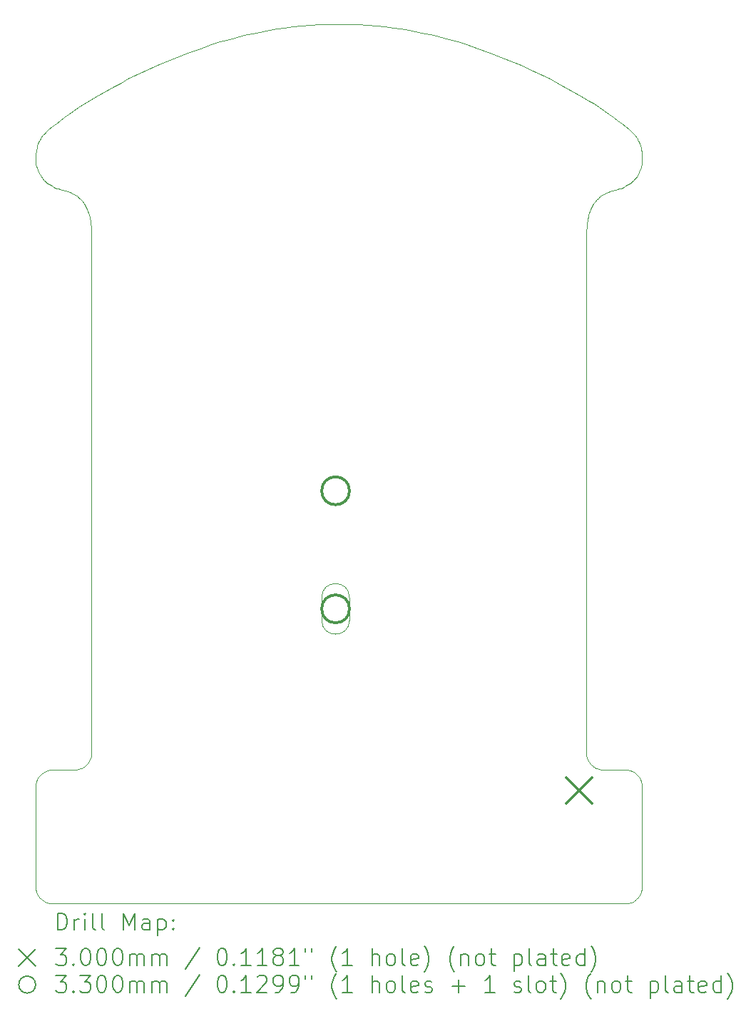
<source format=gbr>
%TF.GenerationSoftware,KiCad,Pcbnew,8.0.2*%
%TF.CreationDate,2024-05-30T02:20:04-04:00*%
%TF.ProjectId,Line-following-learn-to-solder-kit,4c696e65-2d66-46f6-9c6c-6f77696e672d,0*%
%TF.SameCoordinates,Original*%
%TF.FileFunction,Drillmap*%
%TF.FilePolarity,Positive*%
%FSLAX45Y45*%
G04 Gerber Fmt 4.5, Leading zero omitted, Abs format (unit mm)*
G04 Created by KiCad (PCBNEW 8.0.2) date 2024-05-30 02:20:04*
%MOMM*%
%LPD*%
G01*
G04 APERTURE LIST*
%ADD10C,0.010123*%
%ADD11C,0.200000*%
%ADD12C,0.300000*%
%ADD13C,0.330000*%
%ADD14C,0.100000*%
G04 APERTURE END LIST*
D10*
X9199335Y-5585457D02*
X9313416Y-5589573D01*
X9423342Y-5596090D01*
X9528982Y-5604726D01*
X9630207Y-5615200D01*
X9726887Y-5627230D01*
X9818892Y-5640536D01*
X9906093Y-5654835D01*
X10065562Y-5685290D01*
X10204257Y-5716345D01*
X10321138Y-5745749D01*
X10415167Y-5771250D01*
X10491872Y-5793867D01*
X10597782Y-5827753D01*
X10728209Y-5872309D01*
X10878461Y-5926934D01*
X11043850Y-5991025D01*
X11219684Y-6063984D01*
X11401275Y-6145207D01*
X11583932Y-6234095D01*
X11668254Y-6277697D01*
X11749435Y-6320965D01*
X11827484Y-6363857D01*
X11902414Y-6406333D01*
X11974236Y-6448351D01*
X12042960Y-6489871D01*
X12108599Y-6530852D01*
X12171162Y-6571253D01*
X12230661Y-6611033D01*
X12287108Y-6650150D01*
X12340514Y-6688564D01*
X12390889Y-6726233D01*
X12438246Y-6763118D01*
X12482594Y-6799176D01*
X12523946Y-6834367D01*
X12562312Y-6868650D01*
X12573141Y-6879038D01*
X12583289Y-6889686D01*
X12592778Y-6900567D01*
X12601630Y-6911657D01*
X12609868Y-6922931D01*
X12617512Y-6934363D01*
X12624586Y-6945929D01*
X12631111Y-6957603D01*
X12637110Y-6969360D01*
X12642605Y-6981176D01*
X12652171Y-7004881D01*
X12659986Y-7028518D01*
X12666226Y-7051885D01*
X12671069Y-7074782D01*
X12674692Y-7097009D01*
X12677272Y-7118364D01*
X12678986Y-7138647D01*
X12680524Y-7175192D01*
X12680722Y-7205040D01*
X12679912Y-7224483D01*
X12677372Y-7245677D01*
X12672937Y-7268308D01*
X12666442Y-7292064D01*
X12657721Y-7316631D01*
X12646608Y-7341696D01*
X12632940Y-7366945D01*
X12616549Y-7392067D01*
X12607282Y-7404482D01*
X12597272Y-7416748D01*
X12586499Y-7428825D01*
X12574942Y-7440674D01*
X12562581Y-7452256D01*
X12549394Y-7463533D01*
X12535362Y-7474464D01*
X12520464Y-7485011D01*
X12504678Y-7495135D01*
X12487985Y-7504796D01*
X12470363Y-7513955D01*
X12451792Y-7522574D01*
X12432252Y-7530613D01*
X12411721Y-7538032D01*
X12390179Y-7544794D01*
X12367605Y-7550858D01*
X12324505Y-7562228D01*
X12301467Y-7569365D01*
X12277777Y-7577864D01*
X12253690Y-7588023D01*
X12229461Y-7600135D01*
X12205345Y-7614499D01*
X12181597Y-7631409D01*
X12169941Y-7640911D01*
X12158472Y-7651161D01*
X12147223Y-7662195D01*
X12136225Y-7674051D01*
X12125511Y-7686766D01*
X12115111Y-7700376D01*
X12105058Y-7714919D01*
X12095385Y-7730431D01*
X12086122Y-7746950D01*
X12077302Y-7764512D01*
X12068956Y-7783155D01*
X12061116Y-7802915D01*
X12053815Y-7823830D01*
X12047084Y-7845936D01*
X12040955Y-7869271D01*
X12035460Y-7893871D01*
X12035460Y-7893872D01*
X12031591Y-7915061D01*
X12028296Y-7937742D01*
X12025531Y-7961707D01*
X12023250Y-7986745D01*
X12019963Y-8039207D01*
X12018077Y-8093453D01*
X12017233Y-8147811D01*
X12017074Y-8200606D01*
X12017376Y-8294812D01*
X12017376Y-14224623D01*
X12017642Y-14234967D01*
X12018429Y-14245177D01*
X12019726Y-14255237D01*
X12021519Y-14265137D01*
X12023795Y-14274863D01*
X12026543Y-14284402D01*
X12029748Y-14293743D01*
X12033399Y-14302872D01*
X12037482Y-14311777D01*
X12041985Y-14320445D01*
X12046895Y-14328863D01*
X12052198Y-14337020D01*
X12057883Y-14344902D01*
X12063935Y-14352496D01*
X12070344Y-14359790D01*
X12077095Y-14366772D01*
X12084176Y-14373428D01*
X12091574Y-14379747D01*
X12099277Y-14385715D01*
X12107271Y-14391319D01*
X12115543Y-14396549D01*
X12124082Y-14401389D01*
X12132873Y-14405829D01*
X12141905Y-14409854D01*
X12151164Y-14413454D01*
X12160637Y-14416615D01*
X12170313Y-14419324D01*
X12180177Y-14421568D01*
X12190218Y-14423336D01*
X12200422Y-14424615D01*
X12210777Y-14425391D01*
X12221269Y-14425653D01*
X12476829Y-14425654D01*
X12487321Y-14425916D01*
X12497676Y-14426692D01*
X12507880Y-14427971D01*
X12517921Y-14429738D01*
X12527785Y-14431983D01*
X12537460Y-14434692D01*
X12546934Y-14437853D01*
X12556193Y-14441452D01*
X12565225Y-14445478D01*
X12574016Y-14449918D01*
X12582554Y-14454759D01*
X12590827Y-14459988D01*
X12598821Y-14465593D01*
X12606523Y-14471561D01*
X12613921Y-14477879D01*
X12621002Y-14484536D01*
X12627753Y-14491517D01*
X12634162Y-14498812D01*
X12640214Y-14506406D01*
X12645899Y-14514288D01*
X12651202Y-14522444D01*
X12656112Y-14530863D01*
X12660614Y-14539531D01*
X12664697Y-14548436D01*
X12668348Y-14557565D01*
X12671554Y-14566906D01*
X12674301Y-14576445D01*
X12676578Y-14586171D01*
X12678371Y-14596071D01*
X12679667Y-14606132D01*
X12680455Y-14616341D01*
X12680720Y-14626686D01*
X12680720Y-15812054D01*
X12680455Y-15822398D01*
X12679667Y-15832606D01*
X12678371Y-15842666D01*
X12676577Y-15852564D01*
X12674301Y-15862289D01*
X12671553Y-15871827D01*
X12668347Y-15881167D01*
X12664696Y-15890294D01*
X12660613Y-15899198D01*
X12656110Y-15907864D01*
X12651200Y-15916281D01*
X12645896Y-15924436D01*
X12640211Y-15932316D01*
X12634158Y-15939909D01*
X12627750Y-15947201D01*
X12620998Y-15954181D01*
X12613917Y-15960835D01*
X12606519Y-15967152D01*
X12598816Y-15973117D01*
X12590822Y-15978720D01*
X12582550Y-15983947D01*
X12574011Y-15988785D01*
X12565220Y-15993222D01*
X12556189Y-15997245D01*
X12546930Y-16000842D01*
X12537456Y-16004000D01*
X12527781Y-16006706D01*
X12517917Y-16008948D01*
X12507877Y-16010713D01*
X12497674Y-16011988D01*
X12487320Y-16012762D01*
X12476829Y-16013020D01*
X9081228Y-16011965D01*
X5685627Y-16013020D01*
X5675136Y-16012762D01*
X5664782Y-16011988D01*
X5654579Y-16010713D01*
X5644539Y-16008948D01*
X5634675Y-16006706D01*
X5625000Y-16004000D01*
X5615527Y-16000842D01*
X5606268Y-15997245D01*
X5597236Y-15993222D01*
X5588445Y-15988785D01*
X5579907Y-15983947D01*
X5571634Y-15978720D01*
X5563640Y-15973117D01*
X5555938Y-15967152D01*
X5548539Y-15960835D01*
X5541458Y-15954181D01*
X5534707Y-15947201D01*
X5528298Y-15939909D01*
X5522245Y-15932316D01*
X5516560Y-15924436D01*
X5511256Y-15916281D01*
X5506346Y-15907864D01*
X5501843Y-15899198D01*
X5497760Y-15890294D01*
X5494109Y-15881167D01*
X5490903Y-15871827D01*
X5488155Y-15862289D01*
X5485878Y-15852564D01*
X5484085Y-15842666D01*
X5482788Y-15832606D01*
X5482001Y-15822398D01*
X5481736Y-15812054D01*
X5481736Y-14626686D01*
X5482001Y-14616341D01*
X5482788Y-14606132D01*
X5484085Y-14596071D01*
X5485878Y-14586171D01*
X5488155Y-14576445D01*
X5490902Y-14566906D01*
X5494108Y-14557565D01*
X5497759Y-14548436D01*
X5501842Y-14539531D01*
X5506344Y-14530863D01*
X5511254Y-14522444D01*
X5516557Y-14514288D01*
X5522242Y-14506406D01*
X5528295Y-14498812D01*
X5534703Y-14491517D01*
X5541454Y-14484536D01*
X5548535Y-14477879D01*
X5555933Y-14471561D01*
X5563636Y-14465593D01*
X5571630Y-14459988D01*
X5579902Y-14454759D01*
X5588441Y-14449918D01*
X5597232Y-14445478D01*
X5606264Y-14441452D01*
X5615523Y-14437853D01*
X5624996Y-14434692D01*
X5634672Y-14431983D01*
X5644536Y-14429738D01*
X5654577Y-14427971D01*
X5664781Y-14426692D01*
X5675135Y-14425916D01*
X5685627Y-14425654D01*
X5941187Y-14425653D01*
X5951679Y-14425391D01*
X5962034Y-14424615D01*
X5972238Y-14423336D01*
X5982278Y-14421568D01*
X5992143Y-14419324D01*
X6001818Y-14416615D01*
X6011292Y-14413454D01*
X6020551Y-14409854D01*
X6029583Y-14405829D01*
X6038374Y-14401389D01*
X6046913Y-14396549D01*
X6055185Y-14391319D01*
X6063179Y-14385715D01*
X6070882Y-14379747D01*
X6078280Y-14373428D01*
X6085361Y-14366772D01*
X6092112Y-14359790D01*
X6098520Y-14352496D01*
X6104573Y-14344902D01*
X6110258Y-14337020D01*
X6115561Y-14328863D01*
X6120471Y-14320445D01*
X6124973Y-14311777D01*
X6129057Y-14302872D01*
X6132707Y-14293743D01*
X6135913Y-14284402D01*
X6138660Y-14274863D01*
X6140937Y-14265137D01*
X6142730Y-14255237D01*
X6144027Y-14245177D01*
X6144814Y-14234967D01*
X6145079Y-14224623D01*
X6145079Y-8294812D01*
X6145382Y-8200606D01*
X6145222Y-8147811D01*
X6144378Y-8093453D01*
X6142492Y-8039207D01*
X6139204Y-7986745D01*
X6136924Y-7961707D01*
X6134158Y-7937742D01*
X6130864Y-7915061D01*
X6126995Y-7893872D01*
X6126995Y-7893871D01*
X6121500Y-7869271D01*
X6115371Y-7845936D01*
X6108640Y-7823830D01*
X6101339Y-7802915D01*
X6093499Y-7783155D01*
X6085153Y-7764512D01*
X6076333Y-7746950D01*
X6067070Y-7730431D01*
X6057397Y-7714919D01*
X6047344Y-7700376D01*
X6036945Y-7686766D01*
X6026230Y-7674051D01*
X6015232Y-7662195D01*
X6003983Y-7651161D01*
X5992514Y-7640911D01*
X5980858Y-7631409D01*
X5957110Y-7614499D01*
X5932994Y-7600135D01*
X5908765Y-7588023D01*
X5884678Y-7577864D01*
X5860988Y-7569365D01*
X5837951Y-7562228D01*
X5794851Y-7550858D01*
X5772278Y-7544794D01*
X5750736Y-7538032D01*
X5730205Y-7530613D01*
X5710664Y-7522574D01*
X5692094Y-7513955D01*
X5674472Y-7504796D01*
X5657779Y-7495135D01*
X5641993Y-7485011D01*
X5627095Y-7474464D01*
X5613063Y-7463533D01*
X5599876Y-7452256D01*
X5587515Y-7440674D01*
X5575958Y-7428825D01*
X5565185Y-7416748D01*
X5555175Y-7404482D01*
X5545908Y-7392067D01*
X5529518Y-7366945D01*
X5515849Y-7341696D01*
X5504737Y-7316631D01*
X5496015Y-7292064D01*
X5489520Y-7268308D01*
X5485085Y-7245677D01*
X5482546Y-7224483D01*
X5481736Y-7205040D01*
X5481933Y-7175192D01*
X5483468Y-7138647D01*
X5485181Y-7118364D01*
X5487759Y-7097009D01*
X5491381Y-7074782D01*
X5496223Y-7051885D01*
X5502463Y-7028518D01*
X5510277Y-7004881D01*
X5519842Y-6981176D01*
X5525337Y-6969360D01*
X5531337Y-6957603D01*
X5537863Y-6945929D01*
X5544937Y-6934363D01*
X5552582Y-6922931D01*
X5560820Y-6911657D01*
X5569674Y-6900567D01*
X5579164Y-6889686D01*
X5589314Y-6879038D01*
X5600145Y-6868650D01*
X5638511Y-6834367D01*
X5679863Y-6799176D01*
X5724211Y-6763118D01*
X5771567Y-6726233D01*
X5821943Y-6688564D01*
X5875349Y-6650150D01*
X5931796Y-6611033D01*
X5991295Y-6571253D01*
X6053859Y-6530852D01*
X6119497Y-6489871D01*
X6188221Y-6448351D01*
X6260043Y-6406333D01*
X6334973Y-6363857D01*
X6413022Y-6320965D01*
X6494202Y-6277697D01*
X6578524Y-6234095D01*
X6761181Y-6145207D01*
X6942772Y-6063984D01*
X7118606Y-5991025D01*
X7283995Y-5926934D01*
X7434247Y-5872309D01*
X7564674Y-5827753D01*
X7670584Y-5793867D01*
X7747289Y-5771250D01*
X7841318Y-5745749D01*
X7958199Y-5716345D01*
X8096894Y-5685290D01*
X8256363Y-5654835D01*
X8343564Y-5640536D01*
X8435570Y-5627230D01*
X8532250Y-5615200D01*
X8633475Y-5604726D01*
X8739115Y-5596090D01*
X8849040Y-5589573D01*
X8963121Y-5585457D01*
X9081228Y-5584022D01*
X9199335Y-5585457D01*
D11*
D12*
X11783000Y-14523000D02*
X12083000Y-14823000D01*
X12083000Y-14523000D02*
X11783000Y-14823000D01*
D13*
X9207729Y-11118271D02*
G75*
G02*
X8877729Y-11118271I-165000J0D01*
G01*
X8877729Y-11118271D02*
G75*
G02*
X9207729Y-11118271I165000J0D01*
G01*
X9207729Y-12518271D02*
G75*
G02*
X8877729Y-12518271I-165000J0D01*
G01*
X8877729Y-12518271D02*
G75*
G02*
X9207729Y-12518271I165000J0D01*
G01*
D14*
X9207729Y-12653271D02*
X9207729Y-12383271D01*
X8877729Y-12383271D02*
G75*
G02*
X9207729Y-12383271I165000J0D01*
G01*
X8877729Y-12383271D02*
X8877729Y-12653271D01*
X8877729Y-12653271D02*
G75*
G03*
X9207729Y-12653271I165000J0D01*
G01*
D11*
X5742006Y-16325010D02*
X5742006Y-16125010D01*
X5742006Y-16125010D02*
X5789625Y-16125010D01*
X5789625Y-16125010D02*
X5818197Y-16134534D01*
X5818197Y-16134534D02*
X5837244Y-16153581D01*
X5837244Y-16153581D02*
X5846768Y-16172629D01*
X5846768Y-16172629D02*
X5856292Y-16210724D01*
X5856292Y-16210724D02*
X5856292Y-16239295D01*
X5856292Y-16239295D02*
X5846768Y-16277391D01*
X5846768Y-16277391D02*
X5837244Y-16296438D01*
X5837244Y-16296438D02*
X5818197Y-16315486D01*
X5818197Y-16315486D02*
X5789625Y-16325010D01*
X5789625Y-16325010D02*
X5742006Y-16325010D01*
X5942006Y-16325010D02*
X5942006Y-16191676D01*
X5942006Y-16229772D02*
X5951530Y-16210724D01*
X5951530Y-16210724D02*
X5961054Y-16201200D01*
X5961054Y-16201200D02*
X5980102Y-16191676D01*
X5980102Y-16191676D02*
X5999149Y-16191676D01*
X6065816Y-16325010D02*
X6065816Y-16191676D01*
X6065816Y-16125010D02*
X6056292Y-16134534D01*
X6056292Y-16134534D02*
X6065816Y-16144057D01*
X6065816Y-16144057D02*
X6075340Y-16134534D01*
X6075340Y-16134534D02*
X6065816Y-16125010D01*
X6065816Y-16125010D02*
X6065816Y-16144057D01*
X6189625Y-16325010D02*
X6170578Y-16315486D01*
X6170578Y-16315486D02*
X6161054Y-16296438D01*
X6161054Y-16296438D02*
X6161054Y-16125010D01*
X6294387Y-16325010D02*
X6275340Y-16315486D01*
X6275340Y-16315486D02*
X6265816Y-16296438D01*
X6265816Y-16296438D02*
X6265816Y-16125010D01*
X6522959Y-16325010D02*
X6522959Y-16125010D01*
X6522959Y-16125010D02*
X6589625Y-16267867D01*
X6589625Y-16267867D02*
X6656292Y-16125010D01*
X6656292Y-16125010D02*
X6656292Y-16325010D01*
X6837244Y-16325010D02*
X6837244Y-16220248D01*
X6837244Y-16220248D02*
X6827721Y-16201200D01*
X6827721Y-16201200D02*
X6808673Y-16191676D01*
X6808673Y-16191676D02*
X6770578Y-16191676D01*
X6770578Y-16191676D02*
X6751530Y-16201200D01*
X6837244Y-16315486D02*
X6818197Y-16325010D01*
X6818197Y-16325010D02*
X6770578Y-16325010D01*
X6770578Y-16325010D02*
X6751530Y-16315486D01*
X6751530Y-16315486D02*
X6742006Y-16296438D01*
X6742006Y-16296438D02*
X6742006Y-16277391D01*
X6742006Y-16277391D02*
X6751530Y-16258343D01*
X6751530Y-16258343D02*
X6770578Y-16248819D01*
X6770578Y-16248819D02*
X6818197Y-16248819D01*
X6818197Y-16248819D02*
X6837244Y-16239295D01*
X6932483Y-16191676D02*
X6932483Y-16391676D01*
X6932483Y-16201200D02*
X6951530Y-16191676D01*
X6951530Y-16191676D02*
X6989625Y-16191676D01*
X6989625Y-16191676D02*
X7008673Y-16201200D01*
X7008673Y-16201200D02*
X7018197Y-16210724D01*
X7018197Y-16210724D02*
X7027721Y-16229772D01*
X7027721Y-16229772D02*
X7027721Y-16286914D01*
X7027721Y-16286914D02*
X7018197Y-16305962D01*
X7018197Y-16305962D02*
X7008673Y-16315486D01*
X7008673Y-16315486D02*
X6989625Y-16325010D01*
X6989625Y-16325010D02*
X6951530Y-16325010D01*
X6951530Y-16325010D02*
X6932483Y-16315486D01*
X7113435Y-16305962D02*
X7122959Y-16315486D01*
X7122959Y-16315486D02*
X7113435Y-16325010D01*
X7113435Y-16325010D02*
X7103911Y-16315486D01*
X7103911Y-16315486D02*
X7113435Y-16305962D01*
X7113435Y-16305962D02*
X7113435Y-16325010D01*
X7113435Y-16201200D02*
X7122959Y-16210724D01*
X7122959Y-16210724D02*
X7113435Y-16220248D01*
X7113435Y-16220248D02*
X7103911Y-16210724D01*
X7103911Y-16210724D02*
X7113435Y-16201200D01*
X7113435Y-16201200D02*
X7113435Y-16220248D01*
X5281230Y-16553526D02*
X5481230Y-16753526D01*
X5481230Y-16553526D02*
X5281230Y-16753526D01*
X5722959Y-16545010D02*
X5846768Y-16545010D01*
X5846768Y-16545010D02*
X5780102Y-16621200D01*
X5780102Y-16621200D02*
X5808673Y-16621200D01*
X5808673Y-16621200D02*
X5827721Y-16630724D01*
X5827721Y-16630724D02*
X5837244Y-16640248D01*
X5837244Y-16640248D02*
X5846768Y-16659295D01*
X5846768Y-16659295D02*
X5846768Y-16706914D01*
X5846768Y-16706914D02*
X5837244Y-16725962D01*
X5837244Y-16725962D02*
X5827721Y-16735486D01*
X5827721Y-16735486D02*
X5808673Y-16745010D01*
X5808673Y-16745010D02*
X5751530Y-16745010D01*
X5751530Y-16745010D02*
X5732483Y-16735486D01*
X5732483Y-16735486D02*
X5722959Y-16725962D01*
X5932483Y-16725962D02*
X5942006Y-16735486D01*
X5942006Y-16735486D02*
X5932483Y-16745010D01*
X5932483Y-16745010D02*
X5922959Y-16735486D01*
X5922959Y-16735486D02*
X5932483Y-16725962D01*
X5932483Y-16725962D02*
X5932483Y-16745010D01*
X6065816Y-16545010D02*
X6084864Y-16545010D01*
X6084864Y-16545010D02*
X6103911Y-16554534D01*
X6103911Y-16554534D02*
X6113435Y-16564057D01*
X6113435Y-16564057D02*
X6122959Y-16583105D01*
X6122959Y-16583105D02*
X6132483Y-16621200D01*
X6132483Y-16621200D02*
X6132483Y-16668819D01*
X6132483Y-16668819D02*
X6122959Y-16706914D01*
X6122959Y-16706914D02*
X6113435Y-16725962D01*
X6113435Y-16725962D02*
X6103911Y-16735486D01*
X6103911Y-16735486D02*
X6084864Y-16745010D01*
X6084864Y-16745010D02*
X6065816Y-16745010D01*
X6065816Y-16745010D02*
X6046768Y-16735486D01*
X6046768Y-16735486D02*
X6037244Y-16725962D01*
X6037244Y-16725962D02*
X6027721Y-16706914D01*
X6027721Y-16706914D02*
X6018197Y-16668819D01*
X6018197Y-16668819D02*
X6018197Y-16621200D01*
X6018197Y-16621200D02*
X6027721Y-16583105D01*
X6027721Y-16583105D02*
X6037244Y-16564057D01*
X6037244Y-16564057D02*
X6046768Y-16554534D01*
X6046768Y-16554534D02*
X6065816Y-16545010D01*
X6256292Y-16545010D02*
X6275340Y-16545010D01*
X6275340Y-16545010D02*
X6294387Y-16554534D01*
X6294387Y-16554534D02*
X6303911Y-16564057D01*
X6303911Y-16564057D02*
X6313435Y-16583105D01*
X6313435Y-16583105D02*
X6322959Y-16621200D01*
X6322959Y-16621200D02*
X6322959Y-16668819D01*
X6322959Y-16668819D02*
X6313435Y-16706914D01*
X6313435Y-16706914D02*
X6303911Y-16725962D01*
X6303911Y-16725962D02*
X6294387Y-16735486D01*
X6294387Y-16735486D02*
X6275340Y-16745010D01*
X6275340Y-16745010D02*
X6256292Y-16745010D01*
X6256292Y-16745010D02*
X6237244Y-16735486D01*
X6237244Y-16735486D02*
X6227721Y-16725962D01*
X6227721Y-16725962D02*
X6218197Y-16706914D01*
X6218197Y-16706914D02*
X6208673Y-16668819D01*
X6208673Y-16668819D02*
X6208673Y-16621200D01*
X6208673Y-16621200D02*
X6218197Y-16583105D01*
X6218197Y-16583105D02*
X6227721Y-16564057D01*
X6227721Y-16564057D02*
X6237244Y-16554534D01*
X6237244Y-16554534D02*
X6256292Y-16545010D01*
X6446768Y-16545010D02*
X6465816Y-16545010D01*
X6465816Y-16545010D02*
X6484864Y-16554534D01*
X6484864Y-16554534D02*
X6494387Y-16564057D01*
X6494387Y-16564057D02*
X6503911Y-16583105D01*
X6503911Y-16583105D02*
X6513435Y-16621200D01*
X6513435Y-16621200D02*
X6513435Y-16668819D01*
X6513435Y-16668819D02*
X6503911Y-16706914D01*
X6503911Y-16706914D02*
X6494387Y-16725962D01*
X6494387Y-16725962D02*
X6484864Y-16735486D01*
X6484864Y-16735486D02*
X6465816Y-16745010D01*
X6465816Y-16745010D02*
X6446768Y-16745010D01*
X6446768Y-16745010D02*
X6427721Y-16735486D01*
X6427721Y-16735486D02*
X6418197Y-16725962D01*
X6418197Y-16725962D02*
X6408673Y-16706914D01*
X6408673Y-16706914D02*
X6399149Y-16668819D01*
X6399149Y-16668819D02*
X6399149Y-16621200D01*
X6399149Y-16621200D02*
X6408673Y-16583105D01*
X6408673Y-16583105D02*
X6418197Y-16564057D01*
X6418197Y-16564057D02*
X6427721Y-16554534D01*
X6427721Y-16554534D02*
X6446768Y-16545010D01*
X6599149Y-16745010D02*
X6599149Y-16611676D01*
X6599149Y-16630724D02*
X6608673Y-16621200D01*
X6608673Y-16621200D02*
X6627721Y-16611676D01*
X6627721Y-16611676D02*
X6656292Y-16611676D01*
X6656292Y-16611676D02*
X6675340Y-16621200D01*
X6675340Y-16621200D02*
X6684864Y-16640248D01*
X6684864Y-16640248D02*
X6684864Y-16745010D01*
X6684864Y-16640248D02*
X6694387Y-16621200D01*
X6694387Y-16621200D02*
X6713435Y-16611676D01*
X6713435Y-16611676D02*
X6742006Y-16611676D01*
X6742006Y-16611676D02*
X6761054Y-16621200D01*
X6761054Y-16621200D02*
X6770578Y-16640248D01*
X6770578Y-16640248D02*
X6770578Y-16745010D01*
X6865816Y-16745010D02*
X6865816Y-16611676D01*
X6865816Y-16630724D02*
X6875340Y-16621200D01*
X6875340Y-16621200D02*
X6894387Y-16611676D01*
X6894387Y-16611676D02*
X6922959Y-16611676D01*
X6922959Y-16611676D02*
X6942006Y-16621200D01*
X6942006Y-16621200D02*
X6951530Y-16640248D01*
X6951530Y-16640248D02*
X6951530Y-16745010D01*
X6951530Y-16640248D02*
X6961054Y-16621200D01*
X6961054Y-16621200D02*
X6980102Y-16611676D01*
X6980102Y-16611676D02*
X7008673Y-16611676D01*
X7008673Y-16611676D02*
X7027721Y-16621200D01*
X7027721Y-16621200D02*
X7037245Y-16640248D01*
X7037245Y-16640248D02*
X7037245Y-16745010D01*
X7427721Y-16535486D02*
X7256292Y-16792629D01*
X7684864Y-16545010D02*
X7703911Y-16545010D01*
X7703911Y-16545010D02*
X7722959Y-16554534D01*
X7722959Y-16554534D02*
X7732483Y-16564057D01*
X7732483Y-16564057D02*
X7742007Y-16583105D01*
X7742007Y-16583105D02*
X7751530Y-16621200D01*
X7751530Y-16621200D02*
X7751530Y-16668819D01*
X7751530Y-16668819D02*
X7742007Y-16706914D01*
X7742007Y-16706914D02*
X7732483Y-16725962D01*
X7732483Y-16725962D02*
X7722959Y-16735486D01*
X7722959Y-16735486D02*
X7703911Y-16745010D01*
X7703911Y-16745010D02*
X7684864Y-16745010D01*
X7684864Y-16745010D02*
X7665816Y-16735486D01*
X7665816Y-16735486D02*
X7656292Y-16725962D01*
X7656292Y-16725962D02*
X7646768Y-16706914D01*
X7646768Y-16706914D02*
X7637245Y-16668819D01*
X7637245Y-16668819D02*
X7637245Y-16621200D01*
X7637245Y-16621200D02*
X7646768Y-16583105D01*
X7646768Y-16583105D02*
X7656292Y-16564057D01*
X7656292Y-16564057D02*
X7665816Y-16554534D01*
X7665816Y-16554534D02*
X7684864Y-16545010D01*
X7837245Y-16725962D02*
X7846768Y-16735486D01*
X7846768Y-16735486D02*
X7837245Y-16745010D01*
X7837245Y-16745010D02*
X7827721Y-16735486D01*
X7827721Y-16735486D02*
X7837245Y-16725962D01*
X7837245Y-16725962D02*
X7837245Y-16745010D01*
X8037245Y-16745010D02*
X7922959Y-16745010D01*
X7980102Y-16745010D02*
X7980102Y-16545010D01*
X7980102Y-16545010D02*
X7961054Y-16573581D01*
X7961054Y-16573581D02*
X7942007Y-16592629D01*
X7942007Y-16592629D02*
X7922959Y-16602153D01*
X8227721Y-16745010D02*
X8113435Y-16745010D01*
X8170578Y-16745010D02*
X8170578Y-16545010D01*
X8170578Y-16545010D02*
X8151530Y-16573581D01*
X8151530Y-16573581D02*
X8132483Y-16592629D01*
X8132483Y-16592629D02*
X8113435Y-16602153D01*
X8342007Y-16630724D02*
X8322959Y-16621200D01*
X8322959Y-16621200D02*
X8313435Y-16611676D01*
X8313435Y-16611676D02*
X8303911Y-16592629D01*
X8303911Y-16592629D02*
X8303911Y-16583105D01*
X8303911Y-16583105D02*
X8313435Y-16564057D01*
X8313435Y-16564057D02*
X8322959Y-16554534D01*
X8322959Y-16554534D02*
X8342007Y-16545010D01*
X8342007Y-16545010D02*
X8380102Y-16545010D01*
X8380102Y-16545010D02*
X8399150Y-16554534D01*
X8399150Y-16554534D02*
X8408673Y-16564057D01*
X8408673Y-16564057D02*
X8418197Y-16583105D01*
X8418197Y-16583105D02*
X8418197Y-16592629D01*
X8418197Y-16592629D02*
X8408673Y-16611676D01*
X8408673Y-16611676D02*
X8399150Y-16621200D01*
X8399150Y-16621200D02*
X8380102Y-16630724D01*
X8380102Y-16630724D02*
X8342007Y-16630724D01*
X8342007Y-16630724D02*
X8322959Y-16640248D01*
X8322959Y-16640248D02*
X8313435Y-16649772D01*
X8313435Y-16649772D02*
X8303911Y-16668819D01*
X8303911Y-16668819D02*
X8303911Y-16706914D01*
X8303911Y-16706914D02*
X8313435Y-16725962D01*
X8313435Y-16725962D02*
X8322959Y-16735486D01*
X8322959Y-16735486D02*
X8342007Y-16745010D01*
X8342007Y-16745010D02*
X8380102Y-16745010D01*
X8380102Y-16745010D02*
X8399150Y-16735486D01*
X8399150Y-16735486D02*
X8408673Y-16725962D01*
X8408673Y-16725962D02*
X8418197Y-16706914D01*
X8418197Y-16706914D02*
X8418197Y-16668819D01*
X8418197Y-16668819D02*
X8408673Y-16649772D01*
X8408673Y-16649772D02*
X8399150Y-16640248D01*
X8399150Y-16640248D02*
X8380102Y-16630724D01*
X8608673Y-16745010D02*
X8494388Y-16745010D01*
X8551530Y-16745010D02*
X8551530Y-16545010D01*
X8551530Y-16545010D02*
X8532483Y-16573581D01*
X8532483Y-16573581D02*
X8513435Y-16592629D01*
X8513435Y-16592629D02*
X8494388Y-16602153D01*
X8684864Y-16545010D02*
X8684864Y-16583105D01*
X8761054Y-16545010D02*
X8761054Y-16583105D01*
X9056293Y-16821200D02*
X9046769Y-16811676D01*
X9046769Y-16811676D02*
X9027721Y-16783105D01*
X9027721Y-16783105D02*
X9018197Y-16764057D01*
X9018197Y-16764057D02*
X9008673Y-16735486D01*
X9008673Y-16735486D02*
X8999150Y-16687867D01*
X8999150Y-16687867D02*
X8999150Y-16649772D01*
X8999150Y-16649772D02*
X9008673Y-16602153D01*
X9008673Y-16602153D02*
X9018197Y-16573581D01*
X9018197Y-16573581D02*
X9027721Y-16554534D01*
X9027721Y-16554534D02*
X9046769Y-16525962D01*
X9046769Y-16525962D02*
X9056293Y-16516438D01*
X9237245Y-16745010D02*
X9122959Y-16745010D01*
X9180102Y-16745010D02*
X9180102Y-16545010D01*
X9180102Y-16545010D02*
X9161054Y-16573581D01*
X9161054Y-16573581D02*
X9142007Y-16592629D01*
X9142007Y-16592629D02*
X9122959Y-16602153D01*
X9475340Y-16745010D02*
X9475340Y-16545010D01*
X9561054Y-16745010D02*
X9561054Y-16640248D01*
X9561054Y-16640248D02*
X9551531Y-16621200D01*
X9551531Y-16621200D02*
X9532483Y-16611676D01*
X9532483Y-16611676D02*
X9503912Y-16611676D01*
X9503912Y-16611676D02*
X9484864Y-16621200D01*
X9484864Y-16621200D02*
X9475340Y-16630724D01*
X9684864Y-16745010D02*
X9665816Y-16735486D01*
X9665816Y-16735486D02*
X9656293Y-16725962D01*
X9656293Y-16725962D02*
X9646769Y-16706914D01*
X9646769Y-16706914D02*
X9646769Y-16649772D01*
X9646769Y-16649772D02*
X9656293Y-16630724D01*
X9656293Y-16630724D02*
X9665816Y-16621200D01*
X9665816Y-16621200D02*
X9684864Y-16611676D01*
X9684864Y-16611676D02*
X9713435Y-16611676D01*
X9713435Y-16611676D02*
X9732483Y-16621200D01*
X9732483Y-16621200D02*
X9742007Y-16630724D01*
X9742007Y-16630724D02*
X9751531Y-16649772D01*
X9751531Y-16649772D02*
X9751531Y-16706914D01*
X9751531Y-16706914D02*
X9742007Y-16725962D01*
X9742007Y-16725962D02*
X9732483Y-16735486D01*
X9732483Y-16735486D02*
X9713435Y-16745010D01*
X9713435Y-16745010D02*
X9684864Y-16745010D01*
X9865816Y-16745010D02*
X9846769Y-16735486D01*
X9846769Y-16735486D02*
X9837245Y-16716438D01*
X9837245Y-16716438D02*
X9837245Y-16545010D01*
X10018197Y-16735486D02*
X9999150Y-16745010D01*
X9999150Y-16745010D02*
X9961054Y-16745010D01*
X9961054Y-16745010D02*
X9942007Y-16735486D01*
X9942007Y-16735486D02*
X9932483Y-16716438D01*
X9932483Y-16716438D02*
X9932483Y-16640248D01*
X9932483Y-16640248D02*
X9942007Y-16621200D01*
X9942007Y-16621200D02*
X9961054Y-16611676D01*
X9961054Y-16611676D02*
X9999150Y-16611676D01*
X9999150Y-16611676D02*
X10018197Y-16621200D01*
X10018197Y-16621200D02*
X10027721Y-16640248D01*
X10027721Y-16640248D02*
X10027721Y-16659295D01*
X10027721Y-16659295D02*
X9932483Y-16678343D01*
X10094388Y-16821200D02*
X10103912Y-16811676D01*
X10103912Y-16811676D02*
X10122959Y-16783105D01*
X10122959Y-16783105D02*
X10132483Y-16764057D01*
X10132483Y-16764057D02*
X10142007Y-16735486D01*
X10142007Y-16735486D02*
X10151531Y-16687867D01*
X10151531Y-16687867D02*
X10151531Y-16649772D01*
X10151531Y-16649772D02*
X10142007Y-16602153D01*
X10142007Y-16602153D02*
X10132483Y-16573581D01*
X10132483Y-16573581D02*
X10122959Y-16554534D01*
X10122959Y-16554534D02*
X10103912Y-16525962D01*
X10103912Y-16525962D02*
X10094388Y-16516438D01*
X10456293Y-16821200D02*
X10446769Y-16811676D01*
X10446769Y-16811676D02*
X10427721Y-16783105D01*
X10427721Y-16783105D02*
X10418197Y-16764057D01*
X10418197Y-16764057D02*
X10408674Y-16735486D01*
X10408674Y-16735486D02*
X10399150Y-16687867D01*
X10399150Y-16687867D02*
X10399150Y-16649772D01*
X10399150Y-16649772D02*
X10408674Y-16602153D01*
X10408674Y-16602153D02*
X10418197Y-16573581D01*
X10418197Y-16573581D02*
X10427721Y-16554534D01*
X10427721Y-16554534D02*
X10446769Y-16525962D01*
X10446769Y-16525962D02*
X10456293Y-16516438D01*
X10532483Y-16611676D02*
X10532483Y-16745010D01*
X10532483Y-16630724D02*
X10542007Y-16621200D01*
X10542007Y-16621200D02*
X10561054Y-16611676D01*
X10561054Y-16611676D02*
X10589626Y-16611676D01*
X10589626Y-16611676D02*
X10608674Y-16621200D01*
X10608674Y-16621200D02*
X10618197Y-16640248D01*
X10618197Y-16640248D02*
X10618197Y-16745010D01*
X10742007Y-16745010D02*
X10722959Y-16735486D01*
X10722959Y-16735486D02*
X10713435Y-16725962D01*
X10713435Y-16725962D02*
X10703912Y-16706914D01*
X10703912Y-16706914D02*
X10703912Y-16649772D01*
X10703912Y-16649772D02*
X10713435Y-16630724D01*
X10713435Y-16630724D02*
X10722959Y-16621200D01*
X10722959Y-16621200D02*
X10742007Y-16611676D01*
X10742007Y-16611676D02*
X10770578Y-16611676D01*
X10770578Y-16611676D02*
X10789626Y-16621200D01*
X10789626Y-16621200D02*
X10799150Y-16630724D01*
X10799150Y-16630724D02*
X10808674Y-16649772D01*
X10808674Y-16649772D02*
X10808674Y-16706914D01*
X10808674Y-16706914D02*
X10799150Y-16725962D01*
X10799150Y-16725962D02*
X10789626Y-16735486D01*
X10789626Y-16735486D02*
X10770578Y-16745010D01*
X10770578Y-16745010D02*
X10742007Y-16745010D01*
X10865816Y-16611676D02*
X10942007Y-16611676D01*
X10894388Y-16545010D02*
X10894388Y-16716438D01*
X10894388Y-16716438D02*
X10903912Y-16735486D01*
X10903912Y-16735486D02*
X10922959Y-16745010D01*
X10922959Y-16745010D02*
X10942007Y-16745010D01*
X11161055Y-16611676D02*
X11161055Y-16811676D01*
X11161055Y-16621200D02*
X11180102Y-16611676D01*
X11180102Y-16611676D02*
X11218197Y-16611676D01*
X11218197Y-16611676D02*
X11237245Y-16621200D01*
X11237245Y-16621200D02*
X11246769Y-16630724D01*
X11246769Y-16630724D02*
X11256293Y-16649772D01*
X11256293Y-16649772D02*
X11256293Y-16706914D01*
X11256293Y-16706914D02*
X11246769Y-16725962D01*
X11246769Y-16725962D02*
X11237245Y-16735486D01*
X11237245Y-16735486D02*
X11218197Y-16745010D01*
X11218197Y-16745010D02*
X11180102Y-16745010D01*
X11180102Y-16745010D02*
X11161055Y-16735486D01*
X11370578Y-16745010D02*
X11351531Y-16735486D01*
X11351531Y-16735486D02*
X11342007Y-16716438D01*
X11342007Y-16716438D02*
X11342007Y-16545010D01*
X11532483Y-16745010D02*
X11532483Y-16640248D01*
X11532483Y-16640248D02*
X11522959Y-16621200D01*
X11522959Y-16621200D02*
X11503912Y-16611676D01*
X11503912Y-16611676D02*
X11465816Y-16611676D01*
X11465816Y-16611676D02*
X11446769Y-16621200D01*
X11532483Y-16735486D02*
X11513435Y-16745010D01*
X11513435Y-16745010D02*
X11465816Y-16745010D01*
X11465816Y-16745010D02*
X11446769Y-16735486D01*
X11446769Y-16735486D02*
X11437245Y-16716438D01*
X11437245Y-16716438D02*
X11437245Y-16697391D01*
X11437245Y-16697391D02*
X11446769Y-16678343D01*
X11446769Y-16678343D02*
X11465816Y-16668819D01*
X11465816Y-16668819D02*
X11513435Y-16668819D01*
X11513435Y-16668819D02*
X11532483Y-16659295D01*
X11599150Y-16611676D02*
X11675340Y-16611676D01*
X11627721Y-16545010D02*
X11627721Y-16716438D01*
X11627721Y-16716438D02*
X11637245Y-16735486D01*
X11637245Y-16735486D02*
X11656293Y-16745010D01*
X11656293Y-16745010D02*
X11675340Y-16745010D01*
X11818197Y-16735486D02*
X11799150Y-16745010D01*
X11799150Y-16745010D02*
X11761054Y-16745010D01*
X11761054Y-16745010D02*
X11742007Y-16735486D01*
X11742007Y-16735486D02*
X11732483Y-16716438D01*
X11732483Y-16716438D02*
X11732483Y-16640248D01*
X11732483Y-16640248D02*
X11742007Y-16621200D01*
X11742007Y-16621200D02*
X11761054Y-16611676D01*
X11761054Y-16611676D02*
X11799150Y-16611676D01*
X11799150Y-16611676D02*
X11818197Y-16621200D01*
X11818197Y-16621200D02*
X11827721Y-16640248D01*
X11827721Y-16640248D02*
X11827721Y-16659295D01*
X11827721Y-16659295D02*
X11732483Y-16678343D01*
X11999150Y-16745010D02*
X11999150Y-16545010D01*
X11999150Y-16735486D02*
X11980102Y-16745010D01*
X11980102Y-16745010D02*
X11942007Y-16745010D01*
X11942007Y-16745010D02*
X11922959Y-16735486D01*
X11922959Y-16735486D02*
X11913435Y-16725962D01*
X11913435Y-16725962D02*
X11903912Y-16706914D01*
X11903912Y-16706914D02*
X11903912Y-16649772D01*
X11903912Y-16649772D02*
X11913435Y-16630724D01*
X11913435Y-16630724D02*
X11922959Y-16621200D01*
X11922959Y-16621200D02*
X11942007Y-16611676D01*
X11942007Y-16611676D02*
X11980102Y-16611676D01*
X11980102Y-16611676D02*
X11999150Y-16621200D01*
X12075340Y-16821200D02*
X12084864Y-16811676D01*
X12084864Y-16811676D02*
X12103912Y-16783105D01*
X12103912Y-16783105D02*
X12113435Y-16764057D01*
X12113435Y-16764057D02*
X12122959Y-16735486D01*
X12122959Y-16735486D02*
X12132483Y-16687867D01*
X12132483Y-16687867D02*
X12132483Y-16649772D01*
X12132483Y-16649772D02*
X12122959Y-16602153D01*
X12122959Y-16602153D02*
X12113435Y-16573581D01*
X12113435Y-16573581D02*
X12103912Y-16554534D01*
X12103912Y-16554534D02*
X12084864Y-16525962D01*
X12084864Y-16525962D02*
X12075340Y-16516438D01*
X5481230Y-16973526D02*
G75*
G02*
X5281230Y-16973526I-100000J0D01*
G01*
X5281230Y-16973526D02*
G75*
G02*
X5481230Y-16973526I100000J0D01*
G01*
X5722959Y-16865010D02*
X5846768Y-16865010D01*
X5846768Y-16865010D02*
X5780102Y-16941200D01*
X5780102Y-16941200D02*
X5808673Y-16941200D01*
X5808673Y-16941200D02*
X5827721Y-16950724D01*
X5827721Y-16950724D02*
X5837244Y-16960248D01*
X5837244Y-16960248D02*
X5846768Y-16979296D01*
X5846768Y-16979296D02*
X5846768Y-17026915D01*
X5846768Y-17026915D02*
X5837244Y-17045962D01*
X5837244Y-17045962D02*
X5827721Y-17055486D01*
X5827721Y-17055486D02*
X5808673Y-17065010D01*
X5808673Y-17065010D02*
X5751530Y-17065010D01*
X5751530Y-17065010D02*
X5732483Y-17055486D01*
X5732483Y-17055486D02*
X5722959Y-17045962D01*
X5932483Y-17045962D02*
X5942006Y-17055486D01*
X5942006Y-17055486D02*
X5932483Y-17065010D01*
X5932483Y-17065010D02*
X5922959Y-17055486D01*
X5922959Y-17055486D02*
X5932483Y-17045962D01*
X5932483Y-17045962D02*
X5932483Y-17065010D01*
X6008673Y-16865010D02*
X6132483Y-16865010D01*
X6132483Y-16865010D02*
X6065816Y-16941200D01*
X6065816Y-16941200D02*
X6094387Y-16941200D01*
X6094387Y-16941200D02*
X6113435Y-16950724D01*
X6113435Y-16950724D02*
X6122959Y-16960248D01*
X6122959Y-16960248D02*
X6132483Y-16979296D01*
X6132483Y-16979296D02*
X6132483Y-17026915D01*
X6132483Y-17026915D02*
X6122959Y-17045962D01*
X6122959Y-17045962D02*
X6113435Y-17055486D01*
X6113435Y-17055486D02*
X6094387Y-17065010D01*
X6094387Y-17065010D02*
X6037244Y-17065010D01*
X6037244Y-17065010D02*
X6018197Y-17055486D01*
X6018197Y-17055486D02*
X6008673Y-17045962D01*
X6256292Y-16865010D02*
X6275340Y-16865010D01*
X6275340Y-16865010D02*
X6294387Y-16874534D01*
X6294387Y-16874534D02*
X6303911Y-16884057D01*
X6303911Y-16884057D02*
X6313435Y-16903105D01*
X6313435Y-16903105D02*
X6322959Y-16941200D01*
X6322959Y-16941200D02*
X6322959Y-16988819D01*
X6322959Y-16988819D02*
X6313435Y-17026915D01*
X6313435Y-17026915D02*
X6303911Y-17045962D01*
X6303911Y-17045962D02*
X6294387Y-17055486D01*
X6294387Y-17055486D02*
X6275340Y-17065010D01*
X6275340Y-17065010D02*
X6256292Y-17065010D01*
X6256292Y-17065010D02*
X6237244Y-17055486D01*
X6237244Y-17055486D02*
X6227721Y-17045962D01*
X6227721Y-17045962D02*
X6218197Y-17026915D01*
X6218197Y-17026915D02*
X6208673Y-16988819D01*
X6208673Y-16988819D02*
X6208673Y-16941200D01*
X6208673Y-16941200D02*
X6218197Y-16903105D01*
X6218197Y-16903105D02*
X6227721Y-16884057D01*
X6227721Y-16884057D02*
X6237244Y-16874534D01*
X6237244Y-16874534D02*
X6256292Y-16865010D01*
X6446768Y-16865010D02*
X6465816Y-16865010D01*
X6465816Y-16865010D02*
X6484864Y-16874534D01*
X6484864Y-16874534D02*
X6494387Y-16884057D01*
X6494387Y-16884057D02*
X6503911Y-16903105D01*
X6503911Y-16903105D02*
X6513435Y-16941200D01*
X6513435Y-16941200D02*
X6513435Y-16988819D01*
X6513435Y-16988819D02*
X6503911Y-17026915D01*
X6503911Y-17026915D02*
X6494387Y-17045962D01*
X6494387Y-17045962D02*
X6484864Y-17055486D01*
X6484864Y-17055486D02*
X6465816Y-17065010D01*
X6465816Y-17065010D02*
X6446768Y-17065010D01*
X6446768Y-17065010D02*
X6427721Y-17055486D01*
X6427721Y-17055486D02*
X6418197Y-17045962D01*
X6418197Y-17045962D02*
X6408673Y-17026915D01*
X6408673Y-17026915D02*
X6399149Y-16988819D01*
X6399149Y-16988819D02*
X6399149Y-16941200D01*
X6399149Y-16941200D02*
X6408673Y-16903105D01*
X6408673Y-16903105D02*
X6418197Y-16884057D01*
X6418197Y-16884057D02*
X6427721Y-16874534D01*
X6427721Y-16874534D02*
X6446768Y-16865010D01*
X6599149Y-17065010D02*
X6599149Y-16931676D01*
X6599149Y-16950724D02*
X6608673Y-16941200D01*
X6608673Y-16941200D02*
X6627721Y-16931676D01*
X6627721Y-16931676D02*
X6656292Y-16931676D01*
X6656292Y-16931676D02*
X6675340Y-16941200D01*
X6675340Y-16941200D02*
X6684864Y-16960248D01*
X6684864Y-16960248D02*
X6684864Y-17065010D01*
X6684864Y-16960248D02*
X6694387Y-16941200D01*
X6694387Y-16941200D02*
X6713435Y-16931676D01*
X6713435Y-16931676D02*
X6742006Y-16931676D01*
X6742006Y-16931676D02*
X6761054Y-16941200D01*
X6761054Y-16941200D02*
X6770578Y-16960248D01*
X6770578Y-16960248D02*
X6770578Y-17065010D01*
X6865816Y-17065010D02*
X6865816Y-16931676D01*
X6865816Y-16950724D02*
X6875340Y-16941200D01*
X6875340Y-16941200D02*
X6894387Y-16931676D01*
X6894387Y-16931676D02*
X6922959Y-16931676D01*
X6922959Y-16931676D02*
X6942006Y-16941200D01*
X6942006Y-16941200D02*
X6951530Y-16960248D01*
X6951530Y-16960248D02*
X6951530Y-17065010D01*
X6951530Y-16960248D02*
X6961054Y-16941200D01*
X6961054Y-16941200D02*
X6980102Y-16931676D01*
X6980102Y-16931676D02*
X7008673Y-16931676D01*
X7008673Y-16931676D02*
X7027721Y-16941200D01*
X7027721Y-16941200D02*
X7037245Y-16960248D01*
X7037245Y-16960248D02*
X7037245Y-17065010D01*
X7427721Y-16855486D02*
X7256292Y-17112629D01*
X7684864Y-16865010D02*
X7703911Y-16865010D01*
X7703911Y-16865010D02*
X7722959Y-16874534D01*
X7722959Y-16874534D02*
X7732483Y-16884057D01*
X7732483Y-16884057D02*
X7742007Y-16903105D01*
X7742007Y-16903105D02*
X7751530Y-16941200D01*
X7751530Y-16941200D02*
X7751530Y-16988819D01*
X7751530Y-16988819D02*
X7742007Y-17026915D01*
X7742007Y-17026915D02*
X7732483Y-17045962D01*
X7732483Y-17045962D02*
X7722959Y-17055486D01*
X7722959Y-17055486D02*
X7703911Y-17065010D01*
X7703911Y-17065010D02*
X7684864Y-17065010D01*
X7684864Y-17065010D02*
X7665816Y-17055486D01*
X7665816Y-17055486D02*
X7656292Y-17045962D01*
X7656292Y-17045962D02*
X7646768Y-17026915D01*
X7646768Y-17026915D02*
X7637245Y-16988819D01*
X7637245Y-16988819D02*
X7637245Y-16941200D01*
X7637245Y-16941200D02*
X7646768Y-16903105D01*
X7646768Y-16903105D02*
X7656292Y-16884057D01*
X7656292Y-16884057D02*
X7665816Y-16874534D01*
X7665816Y-16874534D02*
X7684864Y-16865010D01*
X7837245Y-17045962D02*
X7846768Y-17055486D01*
X7846768Y-17055486D02*
X7837245Y-17065010D01*
X7837245Y-17065010D02*
X7827721Y-17055486D01*
X7827721Y-17055486D02*
X7837245Y-17045962D01*
X7837245Y-17045962D02*
X7837245Y-17065010D01*
X8037245Y-17065010D02*
X7922959Y-17065010D01*
X7980102Y-17065010D02*
X7980102Y-16865010D01*
X7980102Y-16865010D02*
X7961054Y-16893581D01*
X7961054Y-16893581D02*
X7942007Y-16912629D01*
X7942007Y-16912629D02*
X7922959Y-16922153D01*
X8113435Y-16884057D02*
X8122959Y-16874534D01*
X8122959Y-16874534D02*
X8142007Y-16865010D01*
X8142007Y-16865010D02*
X8189626Y-16865010D01*
X8189626Y-16865010D02*
X8208673Y-16874534D01*
X8208673Y-16874534D02*
X8218197Y-16884057D01*
X8218197Y-16884057D02*
X8227721Y-16903105D01*
X8227721Y-16903105D02*
X8227721Y-16922153D01*
X8227721Y-16922153D02*
X8218197Y-16950724D01*
X8218197Y-16950724D02*
X8103911Y-17065010D01*
X8103911Y-17065010D02*
X8227721Y-17065010D01*
X8322959Y-17065010D02*
X8361054Y-17065010D01*
X8361054Y-17065010D02*
X8380102Y-17055486D01*
X8380102Y-17055486D02*
X8389626Y-17045962D01*
X8389626Y-17045962D02*
X8408673Y-17017391D01*
X8408673Y-17017391D02*
X8418197Y-16979296D01*
X8418197Y-16979296D02*
X8418197Y-16903105D01*
X8418197Y-16903105D02*
X8408673Y-16884057D01*
X8408673Y-16884057D02*
X8399150Y-16874534D01*
X8399150Y-16874534D02*
X8380102Y-16865010D01*
X8380102Y-16865010D02*
X8342007Y-16865010D01*
X8342007Y-16865010D02*
X8322959Y-16874534D01*
X8322959Y-16874534D02*
X8313435Y-16884057D01*
X8313435Y-16884057D02*
X8303911Y-16903105D01*
X8303911Y-16903105D02*
X8303911Y-16950724D01*
X8303911Y-16950724D02*
X8313435Y-16969772D01*
X8313435Y-16969772D02*
X8322959Y-16979296D01*
X8322959Y-16979296D02*
X8342007Y-16988819D01*
X8342007Y-16988819D02*
X8380102Y-16988819D01*
X8380102Y-16988819D02*
X8399150Y-16979296D01*
X8399150Y-16979296D02*
X8408673Y-16969772D01*
X8408673Y-16969772D02*
X8418197Y-16950724D01*
X8513435Y-17065010D02*
X8551530Y-17065010D01*
X8551530Y-17065010D02*
X8570578Y-17055486D01*
X8570578Y-17055486D02*
X8580102Y-17045962D01*
X8580102Y-17045962D02*
X8599150Y-17017391D01*
X8599150Y-17017391D02*
X8608673Y-16979296D01*
X8608673Y-16979296D02*
X8608673Y-16903105D01*
X8608673Y-16903105D02*
X8599150Y-16884057D01*
X8599150Y-16884057D02*
X8589626Y-16874534D01*
X8589626Y-16874534D02*
X8570578Y-16865010D01*
X8570578Y-16865010D02*
X8532483Y-16865010D01*
X8532483Y-16865010D02*
X8513435Y-16874534D01*
X8513435Y-16874534D02*
X8503911Y-16884057D01*
X8503911Y-16884057D02*
X8494388Y-16903105D01*
X8494388Y-16903105D02*
X8494388Y-16950724D01*
X8494388Y-16950724D02*
X8503911Y-16969772D01*
X8503911Y-16969772D02*
X8513435Y-16979296D01*
X8513435Y-16979296D02*
X8532483Y-16988819D01*
X8532483Y-16988819D02*
X8570578Y-16988819D01*
X8570578Y-16988819D02*
X8589626Y-16979296D01*
X8589626Y-16979296D02*
X8599150Y-16969772D01*
X8599150Y-16969772D02*
X8608673Y-16950724D01*
X8684864Y-16865010D02*
X8684864Y-16903105D01*
X8761054Y-16865010D02*
X8761054Y-16903105D01*
X9056293Y-17141200D02*
X9046769Y-17131676D01*
X9046769Y-17131676D02*
X9027721Y-17103105D01*
X9027721Y-17103105D02*
X9018197Y-17084057D01*
X9018197Y-17084057D02*
X9008673Y-17055486D01*
X9008673Y-17055486D02*
X8999150Y-17007867D01*
X8999150Y-17007867D02*
X8999150Y-16969772D01*
X8999150Y-16969772D02*
X9008673Y-16922153D01*
X9008673Y-16922153D02*
X9018197Y-16893581D01*
X9018197Y-16893581D02*
X9027721Y-16874534D01*
X9027721Y-16874534D02*
X9046769Y-16845962D01*
X9046769Y-16845962D02*
X9056293Y-16836438D01*
X9237245Y-17065010D02*
X9122959Y-17065010D01*
X9180102Y-17065010D02*
X9180102Y-16865010D01*
X9180102Y-16865010D02*
X9161054Y-16893581D01*
X9161054Y-16893581D02*
X9142007Y-16912629D01*
X9142007Y-16912629D02*
X9122959Y-16922153D01*
X9475340Y-17065010D02*
X9475340Y-16865010D01*
X9561054Y-17065010D02*
X9561054Y-16960248D01*
X9561054Y-16960248D02*
X9551531Y-16941200D01*
X9551531Y-16941200D02*
X9532483Y-16931676D01*
X9532483Y-16931676D02*
X9503912Y-16931676D01*
X9503912Y-16931676D02*
X9484864Y-16941200D01*
X9484864Y-16941200D02*
X9475340Y-16950724D01*
X9684864Y-17065010D02*
X9665816Y-17055486D01*
X9665816Y-17055486D02*
X9656293Y-17045962D01*
X9656293Y-17045962D02*
X9646769Y-17026915D01*
X9646769Y-17026915D02*
X9646769Y-16969772D01*
X9646769Y-16969772D02*
X9656293Y-16950724D01*
X9656293Y-16950724D02*
X9665816Y-16941200D01*
X9665816Y-16941200D02*
X9684864Y-16931676D01*
X9684864Y-16931676D02*
X9713435Y-16931676D01*
X9713435Y-16931676D02*
X9732483Y-16941200D01*
X9732483Y-16941200D02*
X9742007Y-16950724D01*
X9742007Y-16950724D02*
X9751531Y-16969772D01*
X9751531Y-16969772D02*
X9751531Y-17026915D01*
X9751531Y-17026915D02*
X9742007Y-17045962D01*
X9742007Y-17045962D02*
X9732483Y-17055486D01*
X9732483Y-17055486D02*
X9713435Y-17065010D01*
X9713435Y-17065010D02*
X9684864Y-17065010D01*
X9865816Y-17065010D02*
X9846769Y-17055486D01*
X9846769Y-17055486D02*
X9837245Y-17036438D01*
X9837245Y-17036438D02*
X9837245Y-16865010D01*
X10018197Y-17055486D02*
X9999150Y-17065010D01*
X9999150Y-17065010D02*
X9961054Y-17065010D01*
X9961054Y-17065010D02*
X9942007Y-17055486D01*
X9942007Y-17055486D02*
X9932483Y-17036438D01*
X9932483Y-17036438D02*
X9932483Y-16960248D01*
X9932483Y-16960248D02*
X9942007Y-16941200D01*
X9942007Y-16941200D02*
X9961054Y-16931676D01*
X9961054Y-16931676D02*
X9999150Y-16931676D01*
X9999150Y-16931676D02*
X10018197Y-16941200D01*
X10018197Y-16941200D02*
X10027721Y-16960248D01*
X10027721Y-16960248D02*
X10027721Y-16979296D01*
X10027721Y-16979296D02*
X9932483Y-16998343D01*
X10103912Y-17055486D02*
X10122959Y-17065010D01*
X10122959Y-17065010D02*
X10161054Y-17065010D01*
X10161054Y-17065010D02*
X10180102Y-17055486D01*
X10180102Y-17055486D02*
X10189626Y-17036438D01*
X10189626Y-17036438D02*
X10189626Y-17026915D01*
X10189626Y-17026915D02*
X10180102Y-17007867D01*
X10180102Y-17007867D02*
X10161054Y-16998343D01*
X10161054Y-16998343D02*
X10132483Y-16998343D01*
X10132483Y-16998343D02*
X10113435Y-16988819D01*
X10113435Y-16988819D02*
X10103912Y-16969772D01*
X10103912Y-16969772D02*
X10103912Y-16960248D01*
X10103912Y-16960248D02*
X10113435Y-16941200D01*
X10113435Y-16941200D02*
X10132483Y-16931676D01*
X10132483Y-16931676D02*
X10161054Y-16931676D01*
X10161054Y-16931676D02*
X10180102Y-16941200D01*
X10427721Y-16988819D02*
X10580102Y-16988819D01*
X10503912Y-17065010D02*
X10503912Y-16912629D01*
X10932483Y-17065010D02*
X10818197Y-17065010D01*
X10875340Y-17065010D02*
X10875340Y-16865010D01*
X10875340Y-16865010D02*
X10856293Y-16893581D01*
X10856293Y-16893581D02*
X10837245Y-16912629D01*
X10837245Y-16912629D02*
X10818197Y-16922153D01*
X11161055Y-17055486D02*
X11180102Y-17065010D01*
X11180102Y-17065010D02*
X11218197Y-17065010D01*
X11218197Y-17065010D02*
X11237245Y-17055486D01*
X11237245Y-17055486D02*
X11246769Y-17036438D01*
X11246769Y-17036438D02*
X11246769Y-17026915D01*
X11246769Y-17026915D02*
X11237245Y-17007867D01*
X11237245Y-17007867D02*
X11218197Y-16998343D01*
X11218197Y-16998343D02*
X11189626Y-16998343D01*
X11189626Y-16998343D02*
X11170578Y-16988819D01*
X11170578Y-16988819D02*
X11161055Y-16969772D01*
X11161055Y-16969772D02*
X11161055Y-16960248D01*
X11161055Y-16960248D02*
X11170578Y-16941200D01*
X11170578Y-16941200D02*
X11189626Y-16931676D01*
X11189626Y-16931676D02*
X11218197Y-16931676D01*
X11218197Y-16931676D02*
X11237245Y-16941200D01*
X11361055Y-17065010D02*
X11342007Y-17055486D01*
X11342007Y-17055486D02*
X11332483Y-17036438D01*
X11332483Y-17036438D02*
X11332483Y-16865010D01*
X11465816Y-17065010D02*
X11446769Y-17055486D01*
X11446769Y-17055486D02*
X11437245Y-17045962D01*
X11437245Y-17045962D02*
X11427721Y-17026915D01*
X11427721Y-17026915D02*
X11427721Y-16969772D01*
X11427721Y-16969772D02*
X11437245Y-16950724D01*
X11437245Y-16950724D02*
X11446769Y-16941200D01*
X11446769Y-16941200D02*
X11465816Y-16931676D01*
X11465816Y-16931676D02*
X11494388Y-16931676D01*
X11494388Y-16931676D02*
X11513436Y-16941200D01*
X11513436Y-16941200D02*
X11522959Y-16950724D01*
X11522959Y-16950724D02*
X11532483Y-16969772D01*
X11532483Y-16969772D02*
X11532483Y-17026915D01*
X11532483Y-17026915D02*
X11522959Y-17045962D01*
X11522959Y-17045962D02*
X11513436Y-17055486D01*
X11513436Y-17055486D02*
X11494388Y-17065010D01*
X11494388Y-17065010D02*
X11465816Y-17065010D01*
X11589626Y-16931676D02*
X11665816Y-16931676D01*
X11618197Y-16865010D02*
X11618197Y-17036438D01*
X11618197Y-17036438D02*
X11627721Y-17055486D01*
X11627721Y-17055486D02*
X11646769Y-17065010D01*
X11646769Y-17065010D02*
X11665816Y-17065010D01*
X11713436Y-17141200D02*
X11722959Y-17131676D01*
X11722959Y-17131676D02*
X11742007Y-17103105D01*
X11742007Y-17103105D02*
X11751531Y-17084057D01*
X11751531Y-17084057D02*
X11761055Y-17055486D01*
X11761055Y-17055486D02*
X11770578Y-17007867D01*
X11770578Y-17007867D02*
X11770578Y-16969772D01*
X11770578Y-16969772D02*
X11761055Y-16922153D01*
X11761055Y-16922153D02*
X11751531Y-16893581D01*
X11751531Y-16893581D02*
X11742007Y-16874534D01*
X11742007Y-16874534D02*
X11722959Y-16845962D01*
X11722959Y-16845962D02*
X11713436Y-16836438D01*
X12075340Y-17141200D02*
X12065816Y-17131676D01*
X12065816Y-17131676D02*
X12046769Y-17103105D01*
X12046769Y-17103105D02*
X12037245Y-17084057D01*
X12037245Y-17084057D02*
X12027721Y-17055486D01*
X12027721Y-17055486D02*
X12018197Y-17007867D01*
X12018197Y-17007867D02*
X12018197Y-16969772D01*
X12018197Y-16969772D02*
X12027721Y-16922153D01*
X12027721Y-16922153D02*
X12037245Y-16893581D01*
X12037245Y-16893581D02*
X12046769Y-16874534D01*
X12046769Y-16874534D02*
X12065816Y-16845962D01*
X12065816Y-16845962D02*
X12075340Y-16836438D01*
X12151531Y-16931676D02*
X12151531Y-17065010D01*
X12151531Y-16950724D02*
X12161055Y-16941200D01*
X12161055Y-16941200D02*
X12180102Y-16931676D01*
X12180102Y-16931676D02*
X12208674Y-16931676D01*
X12208674Y-16931676D02*
X12227721Y-16941200D01*
X12227721Y-16941200D02*
X12237245Y-16960248D01*
X12237245Y-16960248D02*
X12237245Y-17065010D01*
X12361055Y-17065010D02*
X12342007Y-17055486D01*
X12342007Y-17055486D02*
X12332483Y-17045962D01*
X12332483Y-17045962D02*
X12322959Y-17026915D01*
X12322959Y-17026915D02*
X12322959Y-16969772D01*
X12322959Y-16969772D02*
X12332483Y-16950724D01*
X12332483Y-16950724D02*
X12342007Y-16941200D01*
X12342007Y-16941200D02*
X12361055Y-16931676D01*
X12361055Y-16931676D02*
X12389626Y-16931676D01*
X12389626Y-16931676D02*
X12408674Y-16941200D01*
X12408674Y-16941200D02*
X12418197Y-16950724D01*
X12418197Y-16950724D02*
X12427721Y-16969772D01*
X12427721Y-16969772D02*
X12427721Y-17026915D01*
X12427721Y-17026915D02*
X12418197Y-17045962D01*
X12418197Y-17045962D02*
X12408674Y-17055486D01*
X12408674Y-17055486D02*
X12389626Y-17065010D01*
X12389626Y-17065010D02*
X12361055Y-17065010D01*
X12484864Y-16931676D02*
X12561055Y-16931676D01*
X12513436Y-16865010D02*
X12513436Y-17036438D01*
X12513436Y-17036438D02*
X12522959Y-17055486D01*
X12522959Y-17055486D02*
X12542007Y-17065010D01*
X12542007Y-17065010D02*
X12561055Y-17065010D01*
X12780102Y-16931676D02*
X12780102Y-17131676D01*
X12780102Y-16941200D02*
X12799150Y-16931676D01*
X12799150Y-16931676D02*
X12837245Y-16931676D01*
X12837245Y-16931676D02*
X12856293Y-16941200D01*
X12856293Y-16941200D02*
X12865817Y-16950724D01*
X12865817Y-16950724D02*
X12875340Y-16969772D01*
X12875340Y-16969772D02*
X12875340Y-17026915D01*
X12875340Y-17026915D02*
X12865817Y-17045962D01*
X12865817Y-17045962D02*
X12856293Y-17055486D01*
X12856293Y-17055486D02*
X12837245Y-17065010D01*
X12837245Y-17065010D02*
X12799150Y-17065010D01*
X12799150Y-17065010D02*
X12780102Y-17055486D01*
X12989626Y-17065010D02*
X12970578Y-17055486D01*
X12970578Y-17055486D02*
X12961055Y-17036438D01*
X12961055Y-17036438D02*
X12961055Y-16865010D01*
X13151531Y-17065010D02*
X13151531Y-16960248D01*
X13151531Y-16960248D02*
X13142007Y-16941200D01*
X13142007Y-16941200D02*
X13122959Y-16931676D01*
X13122959Y-16931676D02*
X13084864Y-16931676D01*
X13084864Y-16931676D02*
X13065817Y-16941200D01*
X13151531Y-17055486D02*
X13132483Y-17065010D01*
X13132483Y-17065010D02*
X13084864Y-17065010D01*
X13084864Y-17065010D02*
X13065817Y-17055486D01*
X13065817Y-17055486D02*
X13056293Y-17036438D01*
X13056293Y-17036438D02*
X13056293Y-17017391D01*
X13056293Y-17017391D02*
X13065817Y-16998343D01*
X13065817Y-16998343D02*
X13084864Y-16988819D01*
X13084864Y-16988819D02*
X13132483Y-16988819D01*
X13132483Y-16988819D02*
X13151531Y-16979296D01*
X13218198Y-16931676D02*
X13294388Y-16931676D01*
X13246769Y-16865010D02*
X13246769Y-17036438D01*
X13246769Y-17036438D02*
X13256293Y-17055486D01*
X13256293Y-17055486D02*
X13275340Y-17065010D01*
X13275340Y-17065010D02*
X13294388Y-17065010D01*
X13437245Y-17055486D02*
X13418198Y-17065010D01*
X13418198Y-17065010D02*
X13380102Y-17065010D01*
X13380102Y-17065010D02*
X13361055Y-17055486D01*
X13361055Y-17055486D02*
X13351531Y-17036438D01*
X13351531Y-17036438D02*
X13351531Y-16960248D01*
X13351531Y-16960248D02*
X13361055Y-16941200D01*
X13361055Y-16941200D02*
X13380102Y-16931676D01*
X13380102Y-16931676D02*
X13418198Y-16931676D01*
X13418198Y-16931676D02*
X13437245Y-16941200D01*
X13437245Y-16941200D02*
X13446769Y-16960248D01*
X13446769Y-16960248D02*
X13446769Y-16979296D01*
X13446769Y-16979296D02*
X13351531Y-16998343D01*
X13618198Y-17065010D02*
X13618198Y-16865010D01*
X13618198Y-17055486D02*
X13599150Y-17065010D01*
X13599150Y-17065010D02*
X13561055Y-17065010D01*
X13561055Y-17065010D02*
X13542007Y-17055486D01*
X13542007Y-17055486D02*
X13532483Y-17045962D01*
X13532483Y-17045962D02*
X13522959Y-17026915D01*
X13522959Y-17026915D02*
X13522959Y-16969772D01*
X13522959Y-16969772D02*
X13532483Y-16950724D01*
X13532483Y-16950724D02*
X13542007Y-16941200D01*
X13542007Y-16941200D02*
X13561055Y-16931676D01*
X13561055Y-16931676D02*
X13599150Y-16931676D01*
X13599150Y-16931676D02*
X13618198Y-16941200D01*
X13694388Y-17141200D02*
X13703912Y-17131676D01*
X13703912Y-17131676D02*
X13722959Y-17103105D01*
X13722959Y-17103105D02*
X13732483Y-17084057D01*
X13732483Y-17084057D02*
X13742007Y-17055486D01*
X13742007Y-17055486D02*
X13751531Y-17007867D01*
X13751531Y-17007867D02*
X13751531Y-16969772D01*
X13751531Y-16969772D02*
X13742007Y-16922153D01*
X13742007Y-16922153D02*
X13732483Y-16893581D01*
X13732483Y-16893581D02*
X13722959Y-16874534D01*
X13722959Y-16874534D02*
X13703912Y-16845962D01*
X13703912Y-16845962D02*
X13694388Y-16836438D01*
M02*

</source>
